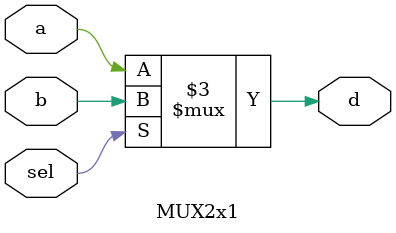
<source format=v>
`timescale 1ns / 1ps


module MUX2x1(a, b, sel, d);
    input a, b;
    input sel;
    output reg d;
    
    always @(sel) begin
        if(sel) begin
            d <= b;
        end
        else begin
            d <= a;
        end
    end
    
endmodule

</source>
